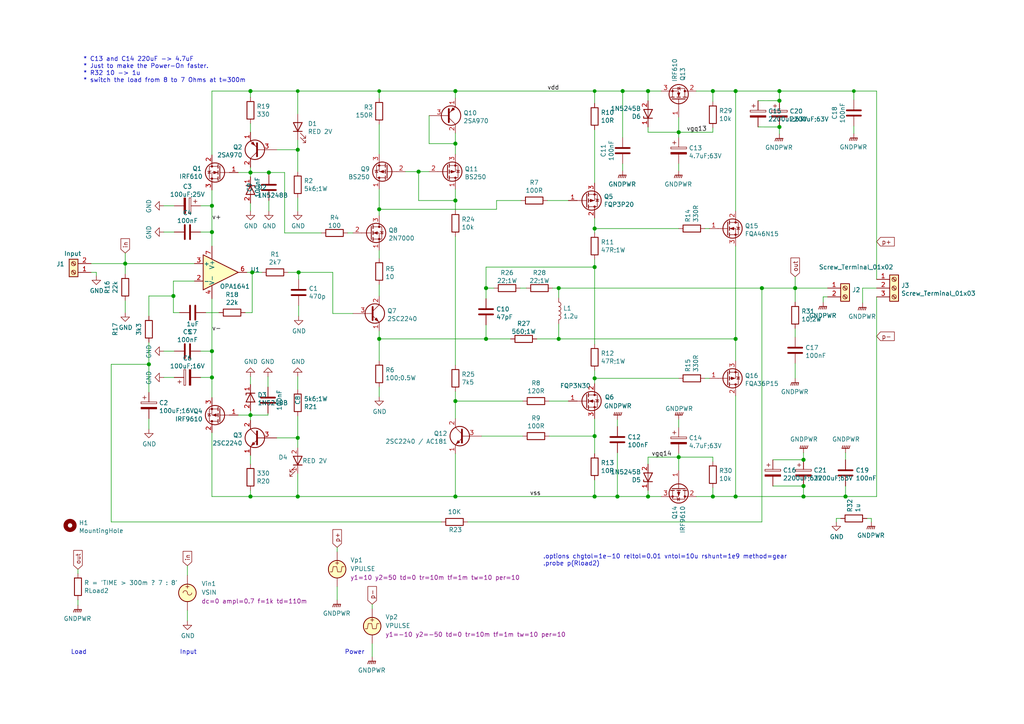
<source format=kicad_sch>
(kicad_sch (version 20231120) (generator "eeschema") (generator_version "8.0")
  (paper "A4")
  (title_block (title "Q17") (date "2021-03-31") (rev "1") (company "by eng. Tiberiu Vicol") (comment 2 "Updated to KiCad version 7.99 by Holger Vogt, September 2023") (comment 3 "Modified for KiCad/ngspice simulation by Holger Vogt, March 2022") (comment 4 "Q17 a QUAD405 audiophile approach"))
  (junction (at 86.36 26.416))
  (junction (at 187.96 144.018) (diameter 1.016))
  (junction (at 109.982 26.416))
  (junction (at 72.644 26.416) (diameter 1.016))
  (junction (at 213.36 26.416) (diameter 1.016))
  (junction (at 73.152 78.994) (diameter 1.016))
  (junction (at 36.322 76.454) (diameter 1.016))
  (junction (at 213.36 98.298) (diameter 1.016))
  (junction (at 162.052 83.566) (diameter 1.016))
  (junction (at 86.36 127) (diameter 1.016))
  (junction (at 245.237 144.018) (diameter 1.016))
  (junction (at 61.468 67.31) (diameter 1.016))
  (junction (at 140.97 98.298) (diameter 1.016))
  (junction (at 196.85 132.588) (diameter 1.016))
  (junction (at 172.466 77.47) (diameter 1.016))
  (junction (at 233.045 140.97) (diameter 1.016))
  (junction (at 206.756 144.018) (diameter 1.016))
  (junction (at 109.982 60.706) (diameter 1.016))
  (junction (at 162.052 98.298) (diameter 1.016))
  (junction (at 109.982 98.298) (diameter 1.016))
  (junction (at 213.36 144.018) (diameter 1.016))
  (junction (at 220.98 83.566) (diameter 1.016))
  (junction (at 43.18 105.664) (diameter 1.016))
  (junction (at 132.08 58.166) (diameter 1.016))
  (junction (at 72.644 144.018) (diameter 1.016))
  (junction (at 172.466 109.728) (diameter 1.016))
  (junction (at 206.756 26.416) (diameter 1.016))
  (junction (at 61.468 59.69) (diameter 1.016))
  (junction (at 86.614 78.994) (diameter 1.016))
  (junction (at 132.08 144.018) (diameter 1.016))
  (junction (at 77.978 50.038) (diameter 1.016))
  (junction (at 226.06 26.416) (diameter 1.016))
  (junction (at 72.644 120.396) (diameter 1.016))
  (junction (at 132.08 41.656) (diameter 1.016))
  (junction (at 172.466 144.018) (diameter 1.016))
  (junction (at 172.466 66.294) (diameter 1.016))
  (junction (at 187.96 26.416) (diameter 1.016))
  (junction (at 61.468 101.854) (diameter 1.016))
  (junction (at 61.468 109.474) (diameter 1.016))
  (junction (at 226.06 36.83) (diameter 1.016))
  (junction (at 230.632 83.566) (diameter 1.016))
  (junction (at 50.292 85.852) (diameter 1.016))
  (junction (at 132.08 26.416) (diameter 1.016))
  (junction (at 140.97 83.566) (diameter 1.016))
  (junction (at 247.65 26.416))
  (junction (at 172.466 26.416))
  (junction (at 233.045 144.018) (diameter 1.016))
  (junction (at 132.08 116.332) (diameter 1.016))
  (junction (at 180.594 26.416) (diameter 1.016))
  (junction (at 121.412 49.784) (diameter 1.016))
  (junction (at 72.644 50.038) (diameter 1.016))
  (junction (at 179.07 144.018) (diameter 1.016))
  (junction (at 86.36 43.434) (diameter 1.016))
  (junction (at 233.045 133.35) (diameter 1.016))
  (junction (at 86.36 144.018) (diameter 1.016))
  (junction (at 226.06 29.21) (diameter 1.016))
  (junction (at 196.85 38.354) (diameter 1.016))
  (junction (at 172.466 126.492) (diameter 1.016))
  (wire (pts (xy 86.614 78.994) (xy 96.52 78.994)))
  (wire (pts (xy 172.466 75.184) (xy 172.466 77.47)))
  (wire (pts (xy 80.264 43.434) (xy 86.36 43.434)))
  (wire (pts (xy 86.36 43.434) (xy 86.36 40.64)))
  (wire (pts (xy 132.08 26.416) (xy 109.982 26.416)))
  (wire (pts (xy 206.756 132.588) (xy 196.85 132.588)))
  (wire (pts (xy 206.756 133.858) (xy 206.756 132.588)))
  (wire (pts (xy 72.644 35.814) (xy 72.644 38.354)))
  (wire (pts (xy 196.85 121.666) (xy 196.85 123.952)))
  (wire (pts (xy 43.18 124.46) (xy 43.18 121.412)))
  (wire (pts (xy 77.978 50.038) (xy 82.55 50.038)))
  (wire (pts (xy 82.55 67.564) (xy 82.55 50.038)))
  (wire (pts (xy 93.218 67.564) (xy 82.55 67.564)))
  (wire (pts (xy 102.362 67.564) (xy 100.838 67.564)))
  (wire (pts (xy 26.416 78.994) (xy 27.94 78.994)))
  (wire (pts (xy 27.94 78.994) (xy 27.94 80.01)))
  (wire (pts (xy 206.756 26.416) (xy 206.756 29.464)))
  (wire (pts (xy 43.18 99.314) (xy 43.18 105.664)))
  (wire (pts (xy 43.18 105.664) (xy 43.18 113.792)))
  (wire (pts (xy 172.466 26.416) (xy 172.466 29.972)))
  (wire (pts (xy 86.36 127) (xy 86.36 120.65)))
  (wire (pts (xy 172.466 121.412) (xy 172.466 126.492)))
  (wire (pts (xy 172.466 126.492) (xy 172.466 131.572)))
  (wire (pts (xy 50.292 81.534) (xy 56.388 81.534)))
  (wire (pts (xy 50.292 85.852) (xy 50.292 81.534)))
  (wire (pts (xy 50.292 90.678) (xy 50.292 85.852)))
  (wire (pts (xy 52.07 90.678) (xy 50.292 90.678)))
  (wire (pts (xy 140.97 77.47) (xy 172.466 77.47)))
  (wire (pts (xy 140.97 83.566) (xy 140.97 77.47)))
  (wire (pts (xy 191.77 26.416) (xy 187.96 26.416)))
  (wire (pts (xy 72.644 48.514) (xy 72.644 50.038)))
  (wire (pts (xy 72.644 50.038) (xy 72.644 51.308)))
  (wire (pts (xy 71.12 90.678) (xy 73.152 90.678)))
  (wire (pts (xy 73.152 90.678) (xy 73.152 78.994)))
  (wire (pts (xy 196.85 47.498) (xy 196.85 49.53)))
  (wire (pts (xy 132.08 68.58) (xy 132.08 105.918)))
  (wire (pts (xy 196.85 34.036) (xy 196.85 38.354)))
  (wire (pts (xy 196.85 38.354) (xy 196.85 39.878)))
  (wire (pts (xy 196.85 38.354) (xy 206.756 38.354)))
  (wire (pts (xy 206.756 38.354) (xy 206.756 37.084)))
  (wire (pts (xy 179.07 123.698) (xy 179.07 121.666)))
  (wire (pts (xy 107.95 186.69) (xy 107.95 190.5)))
  (wire (pts (xy 230.632 80.264) (xy 230.632 83.566)))
  (wire (pts (xy 61.468 125.476) (xy 61.468 144.018)))
  (wire (pts (xy 97.79 158.75) (xy 97.79 160.02)))
  (wire (pts (xy 32.258 105.664) (xy 43.18 105.664)))
  (wire (pts (xy 32.258 151.384) (xy 32.258 105.664)))
  (wire (pts (xy 128.016 151.384) (xy 32.258 151.384)))
  (wire (pts (xy 233.045 144.018) (xy 245.237 144.018)))
  (wire (pts (xy 245.237 140.97) (xy 245.237 144.018)))
  (wire (pts (xy 132.08 38.608) (xy 132.08 41.656)))
  (wire (pts (xy 140.97 83.566) (xy 140.97 86.614)))
  (wire (pts (xy 143.256 83.566) (xy 140.97 83.566)))
  (wire (pts (xy 172.466 37.592) (xy 172.466 53.086)))
  (wire (pts (xy 36.322 73.406) (xy 36.322 76.454)))
  (wire (pts (xy 61.468 86.614) (xy 61.468 101.854)))
  (wire (pts (xy 61.468 101.854) (xy 61.468 109.474)))
  (wire (pts (xy 61.468 109.474) (xy 61.468 115.316)))
  (wire (pts (xy 172.466 26.416) (xy 180.594 26.416)))
  (wire (pts (xy 72.644 142.24) (xy 72.644 144.018)))
  (wire (pts (xy 86.36 26.416) (xy 109.982 26.416)))
  (wire (pts (xy 58.166 109.474) (xy 61.468 109.474)))
  (wire (pts (xy 96.52 90.932) (xy 96.52 78.994)))
  (wire (pts (xy 102.362 90.932) (xy 96.52 90.932)))
  (wire (pts (xy 22.606 165.1) (xy 22.606 166.37)))
  (wire (pts (xy 150.876 83.566) (xy 152.654 83.566)))
  (wire (pts (xy 160.274 83.566) (xy 162.052 83.566)))
  (wire (pts (xy 162.052 86.36) (xy 162.052 83.566)))
  (wire (pts (xy 254.254 144.018) (xy 245.237 144.018)))
  (wire (pts (xy 238.76 86.106) (xy 240.03 86.106)))
  (wire (pts (xy 238.76 87.63) (xy 238.76 86.106)))
  (wire (pts (xy 61.468 55.118) (xy 61.468 59.69)))
  (wire (pts (xy 61.468 59.69) (xy 61.468 67.31)))
  (wire (pts (xy 61.468 67.31) (xy 61.468 71.374)))
  (wire (pts (xy 132.08 116.332) (xy 151.638 116.332)))
  (wire (pts (xy 159.258 116.332) (xy 164.846 116.332)))
  (wire (pts (xy 220.98 83.566) (xy 220.98 151.384)))
  (wire (pts (xy 220.98 151.384) (xy 135.636 151.384)))
  (wire (pts (xy 58.166 67.31) (xy 61.468 67.31)))
  (wire (pts (xy 155.702 98.298) (xy 162.052 98.298)))
  (wire (pts (xy 162.052 93.98) (xy 162.052 98.298)))
  (wire (pts (xy 97.79 170.18) (xy 97.79 173.99)))
  (wire (pts (xy 204.47 66.294) (xy 205.74 66.294)))
  (wire (pts (xy 204.47 109.728) (xy 205.74 109.728)))
  (wire (pts (xy 47.498 67.31) (xy 50.546 67.31)))
  (wire (pts (xy 187.96 26.416) (xy 180.594 26.416)))
  (wire (pts (xy 206.756 26.416) (xy 201.93 26.416)))
  (wire (pts (xy 213.36 26.416) (xy 206.756 26.416)))
  (wire (pts (xy 213.36 61.214) (xy 213.36 26.416)))
  (wire (pts (xy 77.724 119.888) (xy 77.724 120.396)))
  (wire (pts (xy 77.724 120.396) (xy 72.644 120.396)))
  (wire (pts (xy 206.756 141.478) (xy 206.756 144.018)))
  (wire (pts (xy 213.36 71.374) (xy 213.36 98.298)))
  (wire (pts (xy 213.36 98.298) (xy 213.36 104.648)))
  (wire (pts (xy 132.08 113.538) (xy 132.08 116.332)))
  (wire (pts (xy 139.7 126.492) (xy 151.638 126.492)))
  (wire (pts (xy 159.258 126.492) (xy 172.466 126.492)))
  (wire (pts (xy 254.254 86.106) (xy 254.254 144.018)))
  (wire (pts (xy 72.644 111.506) (xy 72.644 109.22)))
  (wire (pts (xy 47.498 101.854) (xy 50.546 101.854)))
  (wire (pts (xy 172.466 107.442) (xy 172.466 109.728)))
  (wire (pts (xy 172.466 109.728) (xy 172.466 111.252)))
  (wire (pts (xy 132.08 116.332) (xy 132.08 121.412)))
  (wire (pts (xy 187.96 36.83) (xy 187.96 38.354)))
  (wire (pts (xy 187.96 38.354) (xy 196.85 38.354)))
  (wire (pts (xy 247.65 36.576) (xy 247.65 38.735)))
  (wire (pts (xy 86.36 113.03) (xy 86.36 109.22)))
  (wire (pts (xy 172.466 77.47) (xy 172.466 99.822)))
  (wire (pts (xy 109.982 54.864) (xy 109.982 60.706)))
  (wire (pts (xy 109.982 60.706) (xy 109.982 62.484)))
  (wire (pts (xy 109.982 72.644) (xy 109.982 74.93)))
  (wire (pts (xy 109.982 82.55) (xy 109.982 85.852)))
  (wire (pts (xy 83.566 78.994) (xy 86.614 78.994)))
  (wire (pts (xy 86.614 78.994) (xy 86.614 81.026)))
  (wire (pts (xy 77.978 50.038) (xy 72.644 50.038)))
  (wire (pts (xy 77.978 50.546) (xy 77.978 50.038)))
  (wire (pts (xy 132.08 41.656) (xy 132.08 44.704)))
  (wire (pts (xy 26.416 76.454) (xy 36.322 76.454)))
  (wire (pts (xy 36.322 76.454) (xy 36.322 79.502)))
  (wire (pts (xy 36.322 76.454) (xy 56.388 76.454)))
  (wire (pts (xy 140.97 94.234) (xy 140.97 98.298)))
  (wire (pts (xy 140.97 98.298) (xy 148.082 98.298)))
  (wire (pts (xy 86.36 57.404) (xy 86.36 61.214)))
  (wire (pts (xy 172.466 109.728) (xy 196.85 109.728)))
  (wire (pts (xy 58.166 59.69) (xy 61.468 59.69)))
  (wire (pts (xy 121.412 49.784) (xy 117.602 49.784)))
  (wire (pts (xy 36.322 87.122) (xy 36.322 90.678)))
  (wire (pts (xy 132.08 26.416) (xy 132.08 28.448)))
  (wire (pts (xy 179.07 144.018) (xy 172.466 144.018)))
  (wire (pts (xy 206.756 144.018) (xy 201.93 144.018)))
  (wire (pts (xy 213.36 114.808) (xy 213.36 144.018)))
  (wire (pts (xy 213.36 144.018) (xy 206.756 144.018)))
  (wire (pts (xy 132.08 131.572) (xy 132.08 144.018)))
  (wire (pts (xy 132.08 144.018) (xy 172.466 144.018)))
  (wire (pts (xy 172.466 144.018) (xy 172.466 139.192)))
  (wire (pts (xy 230.632 83.566) (xy 240.03 83.566)))
  (wire (pts (xy 124.46 33.528) (xy 124.46 41.656)))
  (wire (pts (xy 132.08 26.416) (xy 172.466 26.416)))
  (wire (pts (xy 245.237 133.35) (xy 245.237 131.318)))
  (wire (pts (xy 224.155 140.97) (xy 233.045 140.97)))
  (wire (pts (xy 72.644 121.92) (xy 72.644 120.396)))
  (wire (pts (xy 61.468 26.416) (xy 72.644 26.416)))
  (wire (pts (xy 61.468 44.958) (xy 61.468 26.416)))
  (wire (pts (xy 219.8627 36.818) (xy 226.06 36.83)))
  (wire (pts (xy 179.07 131.318) (xy 179.07 144.018)))
  (wire (pts (xy 43.18 85.852) (xy 43.18 91.694)))
  (wire (pts (xy 50.292 85.852) (xy 43.18 85.852)))
  (wire (pts (xy 72.644 26.416) (xy 86.36 26.416)))
  (wire (pts (xy 72.644 28.194) (xy 72.644 26.416)))
  (wire (pts (xy 86.36 26.416) (xy 86.36 33.02)))
  (wire (pts (xy 187.96 142.24) (xy 187.96 144.018)))
  (wire (pts (xy 107.95 175.26) (xy 107.95 176.53)))
  (wire (pts (xy 59.69 90.678) (xy 63.5 90.678)))
  (wire (pts (xy 121.412 58.166) (xy 121.412 49.784)))
  (wire (pts (xy 132.08 58.166) (xy 121.412 58.166)))
  (wire (pts (xy 144.018 58.166) (xy 151.13 58.166)))
  (wire (pts (xy 109.982 112.268) (xy 109.982 115.062)))
  (wire (pts (xy 213.36 144.018) (xy 233.045 144.018)))
  (wire (pts (xy 233.045 140.97) (xy 233.045 144.018)))
  (wire (pts (xy 61.468 144.018) (xy 72.644 144.018)))
  (wire (pts (xy 86.36 144.018) (xy 86.36 137.414)))
  (wire (pts (xy 71.628 78.994) (xy 73.152 78.994)))
  (wire (pts (xy 73.152 78.994) (xy 75.946 78.994)))
  (wire (pts (xy 224.155 133.35) (xy 233.045 133.35)))
  (wire (pts (xy 196.85 131.572) (xy 196.85 132.588)))
  (wire (pts (xy 196.85 132.588) (xy 196.85 136.398)))
  (wire (pts (xy 179.07 144.018) (xy 187.96 144.018)))
  (wire (pts (xy 187.96 144.018) (xy 191.77 144.018)))
  (wire (pts (xy 121.412 49.784) (xy 124.46 49.784)))
  (wire (pts (xy 162.052 83.566) (xy 220.98 83.566)))
  (wire (pts (xy 220.98 83.566) (xy 230.632 83.566)))
  (wire (pts (xy 230.632 83.566) (xy 230.632 87.63)))
  (wire (pts (xy 247.65 26.416) (xy 254.254 26.416)))
  (wire (pts (xy 180.594 26.416) (xy 180.594 39.878)))
  (wire (pts (xy 72.644 120.396) (xy 72.644 119.126)))
  (wire (pts (xy 144.018 58.166) (xy 144.018 60.706)))
  (wire (pts (xy 144.018 60.706) (xy 109.982 60.706)))
  (wire (pts (xy 251.46 150.368) (xy 252.73 150.368)))
  (wire (pts (xy 252.73 150.368) (xy 252.73 151.384)))
  (wire (pts (xy 242.57 150.368) (xy 243.84 150.368)))
  (wire (pts (xy 242.57 151.384) (xy 242.57 150.368)))
  (wire (pts (xy 58.166 101.854) (xy 61.468 101.854)))
  (wire (pts (xy 109.982 98.298) (xy 109.982 104.648)))
  (wire (pts (xy 140.97 98.298) (xy 109.982 98.298)))
  (wire (pts (xy 69.088 120.396) (xy 72.644 120.396)))
  (wire (pts (xy 226.06 26.416) (xy 247.65 26.416)))
  (wire (pts (xy 250.19 83.566) (xy 250.19 87.884)))
  (wire (pts (xy 254.254 83.566) (xy 250.19 83.566)))
  (wire (pts (xy 172.466 63.246) (xy 172.466 66.294)))
  (wire (pts (xy 172.466 66.294) (xy 172.466 67.564)))
  (wire (pts (xy 162.052 98.298) (xy 213.36 98.298)))
  (wire (pts (xy 47.498 109.474) (xy 50.546 109.474)))
  (wire (pts (xy 219.8627 29.198) (xy 226.06 29.21)))
  (wire (pts (xy 47.498 59.69) (xy 50.546 59.69)))
  (wire (pts (xy 86.36 127) (xy 86.36 129.794)))
  (wire (pts (xy 86.36 144.018) (xy 132.08 144.018)))
  (wire (pts (xy 254.254 26.416) (xy 254.254 81.026)))
  (wire (pts (xy 158.75 58.166) (xy 164.846 58.166)))
  (wire (pts (xy 22.606 173.99) (xy 22.606 175.514)))
  (wire (pts (xy 86.36 43.434) (xy 86.36 49.784)))
  (wire (pts (xy 77.978 61.214) (xy 77.978 58.166)))
  (wire (pts (xy 187.96 132.588) (xy 196.85 132.588)))
  (wire (pts (xy 187.96 134.62) (xy 187.96 132.588)))
  (wire (pts (xy 72.644 58.928) (xy 72.644 61.214)))
  (wire (pts (xy 132.08 54.864) (xy 132.08 58.166)))
  (wire (pts (xy 132.08 58.166) (xy 132.08 60.96)))
  (wire (pts (xy 247.65 26.416) (xy 247.65 28.956)))
  (wire (pts (xy 77.724 109.22) (xy 77.724 112.268)))
  (wire (pts (xy 80.264 127) (xy 86.36 127)))
  (wire (pts (xy 230.632 105.41) (xy 230.632 109.728)))
  (wire (pts (xy 69.088 50.038) (xy 72.644 50.038)))
  (wire (pts (xy 54.356 164.084) (xy 54.356 166.878)))
  (wire (pts (xy 86.614 88.646) (xy 86.614 91.694)))
  (wire (pts (xy 230.632 95.25) (xy 230.632 97.79)))
  (wire (pts (xy 226.06 36.83) (xy 226.06 38.862)))
  (wire (pts (xy 187.96 26.416) (xy 187.96 29.21)))
  (wire (pts (xy 172.466 66.294) (xy 196.85 66.294)))
  (wire (pts (xy 109.982 96.012) (xy 109.982 98.298)))
  (wire (pts (xy 180.594 47.498) (xy 180.594 49.53)))
  (wire (pts (xy 54.356 180.086) (xy 54.356 177.038)))
  (wire (pts (xy 72.644 144.018) (xy 86.36 144.018)))
  (wire (pts (xy 233.045 133.35) (xy 233.045 131.318)))
  (wire (pts (xy 109.982 36.068) (xy 109.982 44.704)))
  (wire (pts (xy 132.08 41.656) (xy 124.46 41.656)))
  (wire (pts (xy 226.06 26.416) (xy 213.36 26.416)))
  (wire (pts (xy 226.06 29.21) (xy 226.06 26.416)))
  (wire (pts (xy 72.644 134.62) (xy 72.644 132.08)))
  (wire (pts (xy 109.982 26.416) (xy 109.982 28.448)))
  (text "Load" (at 22.86 189.23 0) (effects (font (size 1.27 1.27))))
  (text "Input" (at 54.61 189.23 0) (effects (font (size 1.27 1.27))))
  (text "\n\n" (at 124.206 170.18 0) (effects (font (size 1.27 1.27)) (justify left bottom)))
  (text ".options chgtol=1e-10 reltol=0.01 vntol=10u rshunt=1e9 method=gear\n.probe p(Rload2)" (at 157.48 162.56 0) (effects (font (size 1.27 1.27)) (justify left)))
  (text "* C13 and C14 220uF -> 4.7uF\n* Just to make the Power-On faster.\n* R32 10 -> 1u\n* switch the load from 8 to 7 Ohms at t=300m" (at 24.13 24.13 0) (effects (font (size 1.27 1.27)) (justify left bottom)))
  (text "Power" (at 102.87 189.23 0) (effects (font (size 1.27 1.27))))
  (label "v+" (at 61.468 64.008 0))
  (label "v-" (at 61.468 96.266 0))
  (label "vgq14" (at 188.976 132.588 0))
  (label "vss" (at 153.67 144.018 0))
  (label "vdd" (at 158.75 26.416 0))
  (label "vgq13" (at 199.136 38.354 0))
  (global_label "p+" (shape input) (at 97.79 158.75 90) (property "Intersheetrefs" "${INTERSHEET_REFS}" (effects (hide yes))))
  (global_label "out" (shape input) (at 22.606 165.1 90) (property "Intersheetrefs" "${INTERSHEET_REFS}" (effects (hide yes))))
  (global_label "p-" (shape input) (at 254.254 97.536 0) (property "Intersheetrefs" "${INTERSHEET_REFS}" (effects (hide yes))))
  (global_label "p-" (shape input) (at 107.95 175.26 90) (property "Intersheetrefs" "${INTERSHEET_REFS}" (effects (hide yes))))
  (global_label "p+" (shape input) (at 254.254 70.104 0) (property "Intersheetrefs" "${INTERSHEET_REFS}" (effects (hide yes))))
  (global_label "out" (shape input) (at 230.632 80.264 90) (property "Intersheetrefs" "${INTERSHEET_REFS}" (effects (hide yes))))
  (global_label "in" (shape input) (at 54.356 164.084 90) (property "Intersheetrefs" "${INTERSHEET_REFS}" (effects (hide yes))))
  (global_label "in" (shape input) (at 36.322 73.406 90) (property "Intersheetrefs" "${INTERSHEET_REFS}" (effects (hide yes))))
  (symbol (lib_id "Device:Q_NPN_ECB") (at 134.62 126.492 0) (mirror y) (unit 1)
    (property "Reference" "Q12" (at 129.7686 125.7311 0) (effects (justify left)))
    (property "Value" "2SC2240 / AC181" (at 129.7686 128.0298 0) (effects (justify left)))
    (property "Footprint" "Package_TO_SOT_THT:TO-92" (effects (hide yes)))
    (property "Sim.Library" "all_devices.lib" (effects (hide yes)))
    (property "Sim.Name" "Q2SC2240" (effects (hide yes)))
    (property "Sim.Pins" "2=1 3=2 1=3" (effects (hide yes)))
  )
  (symbol (lib_id "Device:R") (at 172.466 135.382 0) (unit 1)
    (property "Reference" "R13" (at 174.2441 134.2326 0) (effects (justify left)))
    (property "Value" "10R" (at 174.2441 136.5313 0) (effects (justify left)))
    (property "Footprint" "Resistor_THT:R_Axial_DIN0207_L6.3mm_D2.5mm_P10.16mm_Horizontal" (effects (hide yes)))
  )
  (symbol (lib_id "Device:C_Polarized") (at 226.06 33.02 0) (unit 1)
    (property "Reference" "C20" (at 228.9811 32.2591 0) (effects (justify left)))
    (property "Value" "2200uF;63V" (at 228.9811 34.5578 0) (effects (justify left)))
    (property "Footprint" "Capacitor_THT:CP_Radial_D22.0mm_P10.00mm_SnapIn" (effects (hide yes)))
  )
  (symbol (lib_id "power:GND") (at 36.322 90.678 0) (unit 1)
    (property "Reference" "#PWR0113" (effects (hide yes)))
    (property "Value" "GND" (at 36.4363 95.0024 0))
  )
  (symbol (lib_id "Device:C_Polarized") (at 233.045 137.16 0) (unit 1)
    (property "Reference" "C21" (at 235.9661 136.3991 0) (effects (justify left)))
    (property "Value" "2200uF;63V" (at 235.9661 138.6978 0) (effects (justify left)))
    (property "Footprint" "Capacitor_THT:CP_Radial_D22.0mm_P10.00mm_SnapIn" (effects (hide yes)))
  )
  (symbol (lib_id "Device:Q_PNP_ECB") (at 129.54 33.528 0) (mirror x) (unit 1)
    (property "Reference" "Q10" (at 134.3915 32.7671 0) (effects (justify left)))
    (property "Value" "2SA970" (at 134.3915 35.0658 0) (effects (justify left)))
    (property "Footprint" "Package_TO_SOT_THT:TO-92" (effects (hide yes)))
    (property "Sim.Library" "all_devices.lib" (effects (hide yes)))
    (property "Sim.Name" "QSA970" (effects (hide yes)))
    (property "Sim.Pins" "2=1 3=2 1=3" (effects (hide yes)))
  )
  (symbol (lib_id "Device:R") (at 230.632 91.44 0) (unit 1)
    (property "Reference" "R31" (at 232.4101 90.2906 0) (effects (justify left)))
    (property "Value" "10;2W" (at 232.41 92.589 0) (effects (justify left)))
    (property "Footprint" "Resistor_THT:R_Axial_DIN0309_L9.0mm_D3.2mm_P12.70mm_Horizontal" (effects (hide yes)))
  )
  (symbol (lib_id "Device:C") (at 54.356 67.31 90) (unit 1)
    (property "Reference" "C4" (at 54.356 61.7178 90))
    (property "Value" "100nF" (at 54.356 64.0165 90))
    (property "Footprint" "Capacitor_THT:C_Disc_D7.5mm_W2.5mm_P5.00mm" (effects (hide yes)))
    (property "Datasheet" "https://ro.mouser.com/datasheet/2/212/1/KEM_F3101_R82-1103738.pdf" (effects (hide yes)))
    (property "Sim.Device" "SPICE" (effects (hide yes)))
    (property "Sim.Params" "type=\"C\" model=\"100n\" lib=\"\"" (effects (hide yes)))
    (property "Sim.Pins" "1=1 2=2" (effects (hide yes)))
  )
  (symbol (lib_name "Connector:Screw_Terminal_01x02_1") (lib_id "Connector:Screw_Terminal_01x02") (at 245.11 83.566 0) (unit 1) (exclude_from_sim yes)
    (property "Reference" "J2" (at 247.1421 84.0751 0) (effects (justify left)))
    (property "Value" "Screw_Terminal_01x02" (at 237.49 77.47 0) (effects (justify left)))
    (property "Footprint" "Connector_AMASS:AMASS_XT30U-F_1x02_P5.0mm_Vertical" (effects (hide yes)))
  )
  (symbol (lib_id "power:GND") (at 43.18 124.46 0) (unit 1)
    (property "Reference" "#PWR0107" (effects (hide yes)))
    (property "Value" "GND" (at 43.2943 128.7844 0))
  )
  (symbol (lib_id "Device:R") (at 79.756 78.994 90) (unit 1)
    (property "Reference" "R1" (at 79.756 73.7678 90))
    (property "Value" "2k7" (at 79.756 76.0665 90))
    (property "Footprint" "Resistor_THT:R_Axial_DIN0207_L6.3mm_D2.5mm_P10.16mm_Horizontal" (effects (hide yes)))
  )
  (symbol (lib_id "power:GNDPWR") (at 196.85 121.666 180) (unit 1)
    (property "Reference" "#PWR0121" (effects (hide yes)))
    (property "Value" "GNDPWR" (at 196.977 118.525 0))
  )
  (symbol (lib_id "Device:C") (at 179.07 127.508 0) (unit 1)
    (property "Reference" "C12" (at 181.9911 126.7471 0) (effects (justify left)))
    (property "Value" "100nF" (at 181.9911 129.0458 0) (effects (justify left)))
    (property "Footprint" "Capacitor_THT:C_Disc_D7.5mm_W2.5mm_P5.00mm" (effects (hide yes)))
    (property "Datasheet" "https://ro.mouser.com/datasheet/2/212/1/KEM_F3101_R82-1103738.pdf" (effects (hide yes)))
    (property "Sim.Device" "SPICE" (effects (hide yes)))
    (property "Sim.Params" "type=\"C\" model=\"100n\" lib=\"\"" (effects (hide yes)))
    (property "Sim.Pins" "1=1 2=2" (effects (hide yes)))
  )
  (symbol (lib_id "Device:R") (at 172.466 71.374 0) (unit 1)
    (property "Reference" "R11" (at 174.2441 70.2246 0) (effects (justify left)))
    (property "Value" "47R;1W" (at 174.2441 72.5233 0) (effects (justify left)))
    (property "Footprint" "Resistor_THT:R_Axial_DIN0411_L9.9mm_D3.6mm_P12.70mm_Horizontal" (effects (hide yes)))
  )
  (symbol (lib_id "Device:R") (at 155.448 126.492 90) (unit 1)
    (property "Reference" "R9" (at 155.448 121.2658 90))
    (property "Value" "100R" (at 155.448 123.565 90))
    (property "Footprint" "Resistor_THT:R_Axial_DIN0207_L6.3mm_D2.5mm_P10.16mm_Horizontal" (effects (hide yes)))
  )
  (symbol (lib_id "Device:R") (at 86.36 116.84 0) (mirror x) (unit 1)
    (property "Reference" "R21" (at 88.1381 117.9894 0) (effects (justify left)))
    (property "Value" "5k6;1W" (at 88.138 115.691 0) (effects (justify left)))
    (property "Footprint" "Resistor_THT:R_Axial_DIN0207_L6.3mm_D2.5mm_P10.16mm_Horizontal" (effects (hide yes)))
  )
  (symbol (lib_id "Device:LED") (at 86.36 36.83 90) (unit 1)
    (property "Reference" "D1" (at 89.2811 35.8711 90) (effects (justify right)))
    (property "Value" "RED 2V" (at 89.2811 38.1698 90) (effects (justify right)))
    (property "Footprint" "LED_THT:LED_D5.0mm_Clear" (effects (hide yes)))
    (property "Sim.Library" "all_devices.lib" (effects (hide yes)))
    (property "Sim.Name" "LED1" (effects (hide yes)))
    (property "Sim.Pins" "2=1 1=2" (effects (hide yes)))
  )
  (symbol (lib_id "Device:Q_NPN_ECB") (at 75.184 127 0) (mirror y) (unit 1)
    (property "Reference" "Q3" (at 70.3326 126.2391 0) (effects (justify left)))
    (property "Value" "2SC2240" (at 70.3326 128.5378 0) (effects (justify left)))
    (property "Footprint" "Package_TO_SOT_THT:TO-92" (effects (hide yes)))
    (property "Sim.Library" "all_devices.lib" (effects (hide yes)))
    (property "Sim.Name" "Q2SC2240" (effects (hide yes)))
    (property "Sim.Pins" "2=1 3=2 1=3" (effects (hide yes)))
  )
  (symbol (lib_id "Device:C_Polarized") (at 224.155 137.16 0) (unit 1)
    (property "Reference" "C16" (at 227.0761 136.3991 0) (effects (justify left)))
    (property "Value" "2200uF;63V" (at 227.0761 138.6978 0) (effects (justify left)))
    (property "Footprint" "Capacitor_THT:CP_Radial_D18.0mm_P7.50mm" (effects (hide yes)))
  )
  (symbol (lib_id "Device:R") (at 200.66 109.728 90) (unit 1)
    (property "Reference" "R15" (at 199.5106 107.9499 0) (effects (justify left)))
    (property "Value" "330R" (at 201.8093 107.9499 0) (effects (justify left)))
    (property "Footprint" "Resistor_THT:R_Axial_DIN0207_L6.3mm_D2.5mm_P10.16mm_Horizontal" (effects (hide yes)))
  )
  (symbol (lib_id "power:GNDPWR") (at 179.07 121.666 180) (unit 1)
    (property "Reference" "#PWR0120" (effects (hide yes)))
    (property "Value" "GNDPWR" (at 179.197 117.748 0))
  )
  (symbol (lib_id "Device:C") (at 180.594 43.688 180) (unit 1)
    (property "Reference" "C11" (at 175.0018 43.688 90))
    (property "Value" "100nF" (at 177.3005 43.688 90))
    (property "Footprint" "Capacitor_THT:C_Disc_D7.5mm_W2.5mm_P5.00mm" (effects (hide yes)))
    (property "Datasheet" "https://ro.mouser.com/datasheet/2/212/1/KEM_F3101_R82-1103738.pdf" (effects (hide yes)))
    (property "Sim.Device" "SPICE" (effects (hide yes)))
    (property "Sim.Params" "type=\"C\" model=\"100n\" lib=\"\"" (effects (hide yes)))
    (property "Sim.Pins" "1=1 2=2" (effects (hide yes)))
  )
  (symbol (lib_id "power:GND") (at 242.57 151.384 0) (unit 1)
    (property "Reference" "#PWR0124" (effects (hide yes)))
    (property "Value" "GND" (at 242.6843 155.7084 0))
  )
  (symbol (lib_id "power:GNDPWR") (at 250.19 87.884 0) (unit 1)
    (property "Reference" "#PWR0128" (effects (hide yes)))
    (property "Value" "GNDPWR" (at 250.063 91.802 0))
  )
  (symbol (lib_id "Device:C") (at 77.978 54.356 180) (unit 1)
    (property "Reference" "C9" (at 72.3858 54.356 90))
    (property "Value" "100nF" (at 74.6845 54.356 90))
    (property "Footprint" "Capacitor_THT:C_Disc_D7.5mm_W2.5mm_P5.00mm" (effects (hide yes)))
    (property "Datasheet" "https://ro.mouser.com/datasheet/2/212/1/KEM_F3101_R82-1103738.pdf" (effects (hide yes)))
    (property "Sim.Device" "SPICE" (effects (hide yes)))
    (property "Sim.Params" "type=\"C\" model=\"100n\" lib=\"\"" (effects (hide yes)))
    (property "Sim.Pins" "1=1 2=2" (effects (hide yes)))
  )
  (symbol (lib_id "power:GND") (at 27.94 80.01 0) (unit 1)
    (property "Reference" "#PWR0114" (effects (hide yes)))
    (property "Value" "GND" (at 28.0543 84.3344 0))
  )
  (symbol (lib_name "LED_1") (lib_id "Device:LED") (at 86.36 133.604 270) (mirror x) (unit 1)
    (property "Reference" "D4" (at 83.4389 132.6451 90) (effects (justify right)))
    (property "Value" "RED 2V" (at 94.8689 133.6738 90) (effects (justify right)))
    (property "Footprint" "LED_THT:LED_D5.0mm_Clear" (effects (hide yes)))
    (property "Sim.Library" "all_devices.lib" (effects (hide yes)))
    (property "Sim.Name" "LED1" (effects (hide yes)))
    (property "Sim.Pins" "2=1 1=2" (effects (hide yes)))
  )
  (symbol (lib_id "Device:R") (at 200.66 66.294 90) (unit 1)
    (property "Reference" "R14" (at 199.5106 64.5159 0) (effects (justify left)))
    (property "Value" "330R" (at 201.8093 64.5159 0) (effects (justify left)))
    (property "Footprint" "Resistor_THT:R_Axial_DIN0207_L6.3mm_D2.5mm_P10.16mm_Horizontal" (effects (hide yes)))
  )
  (symbol (lib_id "Device:R") (at 172.466 33.782 0) (unit 1)
    (property "Reference" "R10" (at 174.2441 32.6326 0) (effects (justify left)))
    (property "Value" "10R" (at 174.2441 34.9313 0) (effects (justify left)))
    (property "Footprint" "Resistor_THT:R_Axial_DIN0207_L6.3mm_D2.5mm_P10.16mm_Horizontal" (effects (hide yes)))
  )
  (symbol (lib_id "power:GNDPWR") (at 233.045 131.318 180) (unit 1)
    (property "Reference" "#PWR0125" (effects (hide yes)))
    (property "Value" "GNDPWR" (at 233.172 127.4 0))
  )
  (symbol (lib_id "Device:R") (at 147.066 83.566 90) (unit 1)
    (property "Reference" "R26" (at 147.066 79.1168 90))
    (property "Value" "22;1W" (at 147.066 81.4155 90))
    (property "Footprint" "Resistor_THT:R_Axial_DIN0207_L6.3mm_D2.5mm_P10.16mm_Horizontal" (effects (hide yes)))
  )
  (symbol (lib_name "D_Zener_2") (lib_id "Device:D_Zener") (at 187.96 33.02 90) (unit 1)
    (property "Reference" "D6" (at 185.9279 33.7809 90) (effects (justify left)))
    (property "Value" "1N5245B" (at 185.9279 31.4822 90) (effects (justify left)))
    (property "Footprint" "Diode_THT:D_DO-35_SOD27_P7.62mm_Horizontal" (effects (hide yes)))
    (property "Sim.Library" "all_devices.lib" (effects (hide yes)))
    (property "Sim.Name" "D1N5245/TEMP" (effects (hide yes)))
    (property "Sim.Pins" "2=1 1=2" (effects (hide yes)))
  )
  (symbol (lib_id "Device:R") (at 36.322 83.312 180) (unit 1)
    (property "Reference" "R16" (at 31.0958 83.312 90))
    (property "Value" "22k" (at 33.3945 83.312 90))
    (property "Footprint" "Resistor_THT:R_Axial_DIN0207_L6.3mm_D2.5mm_P10.16mm_Horizontal" (effects (hide yes)))
  )
  (symbol (lib_id "power:GNDPWR") (at 226.06 38.862 0) (unit 1)
    (property "Reference" "#PWR0118" (effects (hide yes)))
    (property "Value" "GNDPWR" (at 225.933 42.78 0))
  )
  (symbol (lib_id "Device:Q_NPN_ECB") (at 107.442 90.932 0) (unit 1)
    (property "Reference" "Q7" (at 112.2935 90.1711 0) (effects (justify left)))
    (property "Value" "2SC2240" (at 112.2935 92.4698 0) (effects (justify left)))
    (property "Footprint" "Package_TO_SOT_THT:TO-92" (effects (hide yes)))
    (property "Sim.Library" "all_devices.lib" (effects (hide yes)))
    (property "Sim.Name" "Q2SC2240" (effects (hide yes)))
    (property "Sim.Pins" "2=1 3=2 1=3" (effects (hide yes)))
  )
  (symbol (lib_id "Device:C") (at 55.88 90.678 270) (unit 1)
    (property "Reference" "C7" (at 55.88 96.2702 90))
    (property "Value" "1uF" (at 55.88 93.9715 90))
    (property "Footprint" "Capacitor_THT:CP_Axial_L26.5mm_D20.0mm_P33.00mm_Horizontal" (effects (hide yes)))
  )
  (symbol (lib_id "Device:C_Polarized") (at 54.356 109.474 90) (unit 1)
    (property "Reference" "C6" (at 54.356 103.8818 90))
    (property "Value" "100uF;16V" (at 54.356 106.1805 90))
    (property "Footprint" "Capacitor_THT:C_Radial_D10.0mm_H12.5mm_P5.00mm" (effects (hide yes)))
  )
  (symbol (lib_id "Device:Q_NMOS_GDS") (at 210.82 66.294 0) (unit 1)
    (property "Reference" "Q15" (at 216.0271 65.5331 0) (effects (justify left)))
    (property "Value" "FQA46N15" (at 216.0271 67.8318 0) (effects (justify left)))
    (property "Footprint" "Package_TO_SOT_THT:TO-3P-3_Horizontal_TabDown" (effects (hide yes)))
    (property "Sim.Library" "all_devices.lib" (effects (hide yes)))
    (property "Sim.Name" "FQA46N15" (effects (hide yes)))
    (property "Sim.Pins" "2=1 1=2 3=3" (effects (hide yes)))
  )
  (symbol (lib_id "Device:C_Polarized") (at 196.85 43.688 0) (unit 1)
    (property "Reference" "C13" (at 199.7711 42.9271 0) (effects (justify left)))
    (property "Value" "4.7uF;63V" (at 199.7711 45.2258 0) (effects (justify left)))
    (property "Footprint" "Capacitor_THT:CP_Radial_D10.0mm_P5.00mm_P7.50mm" (effects (hide yes)))
  )
  (symbol (lib_id "Device:L") (at 162.052 90.17 0) (unit 1)
    (property "Reference" "L1" (at 163.3221 89.4091 0) (effects (justify left)))
    (property "Value" "1.2u" (at 163.3221 91.7078 0) (effects (justify left)))
    (property "Footprint" "inductor:L" (effects (hide yes)))
  )
  (symbol (lib_id "Device:R") (at 72.644 32.004 0) (unit 1)
    (property "Reference" "R19" (at 74.4221 30.8546 0) (effects (justify left)))
    (property "Value" "330" (at 74.422 33.153 0) (effects (justify left)))
    (property "Footprint" "Resistor_THT:R_Axial_DIN0207_L6.3mm_D2.5mm_P10.16mm_Horizontal" (effects (hide yes)))
  )
  (symbol (lib_id "Device:C_Polarized") (at 43.18 117.602 0) (unit 1)
    (property "Reference" "C2" (at 46.1011 116.8411 0) (effects (justify left)))
    (property "Value" "100uF;16V" (at 46.1011 119.1398 0) (effects (justify left)))
    (property "Footprint" "Capacitor_THT:C_Radial_D10.0mm_H12.5mm_P5.00mm" (effects (hide yes)))
  )
  (symbol (lib_id "Device:R") (at 151.892 98.298 90) (unit 1)
    (property "Reference" "R27" (at 151.892 93.8488 90))
    (property "Value" "560;1W" (at 151.892 96.1475 90))
    (property "Footprint" "Resistor_THT:R_Axial_DIN0207_L6.3mm_D2.5mm_P10.16mm_Horizontal" (effects (hide yes)))
  )
  (symbol (lib_id "Device:R") (at 172.466 103.632 0) (unit 1)
    (property "Reference" "R12" (at 174.2441 102.4826 0) (effects (justify left)))
    (property "Value" "47R;1W" (at 174.2441 104.7813 0) (effects (justify left)))
    (property "Footprint" "Resistor_THT:R_Axial_DIN0411_L9.9mm_D3.6mm_P12.70mm_Horizontal" (effects (hide yes)))
  )
  (symbol (lib_id "Device:C") (at 86.614 84.836 0) (unit 1)
    (property "Reference" "C1" (at 89.5351 83.6866 0) (effects (justify left)))
    (property "Value" "470p" (at 89.5351 85.9853 0) (effects (justify left)))
    (property "Footprint" "Capacitor_THT:C_Disc_D11.0mm_W5.0mm_P7.50mm" (effects (hide yes)))
  )
  (symbol (lib_id "Device:R") (at 86.36 53.594 0) (unit 1)
    (property "Reference" "R2" (at 88.1381 52.4446 0) (effects (justify left)))
    (property "Value" "5k6;1W" (at 88.138 54.743 0) (effects (justify left)))
    (property "Footprint" "Resistor_THT:R_Axial_DIN0207_L6.3mm_D2.5mm_P10.16mm_Horizontal" (effects (hide yes)))
  )
  (symbol (lib_id "power:GND") (at 72.644 61.214 0) (unit 1)
    (property "Reference" "#PWR0110" (effects (hide yes)))
    (property "Value" "GND" (at 72.7583 65.5384 0))
  )
  (symbol (lib_id "Device:R") (at 206.756 33.274 0) (unit 1)
    (property "Reference" "R29" (at 208.5341 32.1246 0) (effects (justify left)))
    (property "Value" "10k" (at 208.534 34.423 0) (effects (justify left)))
    (property "Footprint" "Resistor_THT:R_Axial_DIN0207_L6.3mm_D2.5mm_P10.16mm_Horizontal" (effects (hide yes)))
  )
  (symbol (lib_id "Device:C_Polarized") (at 196.85 127.762 0) (unit 1)
    (property "Reference" "C14" (at 199.7711 127.0011 0) (effects (justify left)))
    (property "Value" "4.7uF;63V" (at 199.7711 129.2998 0) (effects (justify left)))
    (property "Footprint" "Capacitor_THT:CP_Radial_D10.0mm_P5.00mm_P7.50mm" (effects (hide yes)))
  )
  (symbol (lib_id "Device:R") (at 154.94 58.166 90) (unit 1)
    (property "Reference" "R7" (at 154.94 52.9398 90))
    (property "Value" "100R" (at 154.94 55.2385 90))
    (property "Footprint" "Resistor_THT:R_Axial_DIN0207_L6.3mm_D2.5mm_P10.16mm_Horizontal" (effects (hide yes)))
  )
  (symbol (lib_id "Transistor_FET:BS250") (at 112.522 49.784 180) (unit 1)
    (property "Reference" "Q9" (at 107.315 49.0231 0) (effects (justify left)))
    (property "Value" "BS250" (at 107.315 51.3218 0) (effects (justify left)))
    (property "Footprint" "Package_TO_SOT_THT:TO-92_Inline" (effects (hide yes)))
    (property "Datasheet" "http://www.vishay.com/docs/70209/70209.pdf" (effects (hide yes)))
    (property "Sim.Library" "all_devices.lib" (effects (hide yes)))
    (property "Sim.Name" "BS250P" (effects (hide yes)))
    (property "Sim.Pins" "1=3 2=4 3=5" (effects (hide yes)))
    (property "Sim.Device" "SUBCKT" (effects (hide yes)))
  )
  (symbol (lib_id "power:GND") (at 47.498 59.69 270) (unit 1)
    (property "Reference" "#PWR0109" (effects (hide yes)))
    (property "Value" "GND" (at 43.1736 59.8043 0))
  )
  (symbol (lib_id "Device:C") (at 140.97 90.424 0) (unit 1)
    (property "Reference" "C10" (at 143.8911 89.6631 0) (effects (justify left)))
    (property "Value" "47pF" (at 143.8911 91.9618 0) (effects (justify left)))
    (property "Footprint" "Capacitor_THT:C_Disc_D11.0mm_W5.0mm_P7.50mm" (effects (hide yes)))
  )
  (symbol (lib_id "Device:R") (at 97.028 67.564 90) (unit 1)
    (property "Reference" "R4" (at 97.028 63.1148 90))
    (property "Value" "100" (at 97.028 65.4135 90))
    (property "Footprint" "Resistor_THT:R_Axial_DIN0207_L6.3mm_D2.5mm_P10.16mm_Horizontal" (effects (hide yes)))
  )
  (symbol (lib_id "Device:C_Polarized") (at 219.8627 33.008 0) (unit 1)
    (property "Reference" "C15" (at 222.7838 32.2471 0) (effects (justify left)))
    (property "Value" "2200uF;63V" (at 222.7838 34.5458 0) (effects (justify left)))
    (property "Footprint" "Capacitor_THT:CP_Radial_D18.0mm_P7.50mm" (effects (hide yes)))
  )
  (symbol (lib_id "Device:R") (at 155.448 116.332 90) (unit 1)
    (property "Reference" "R8" (at 155.448 111.1058 90))
    (property "Value" "120R" (at 155.448 113.4045 90))
    (property "Footprint" "Resistor_THT:R_Axial_DIN0207_L6.3mm_D2.5mm_P10.16mm_Horizontal" (effects (hide yes)))
  )
  (symbol (lib_id "Device:R") (at 43.18 95.504 180) (unit 1)
    (property "Reference" "R17" (at 33.3818 95.504 90))
    (property "Value" "3k3" (at 40.2525 95.504 90))
    (property "Footprint" "Resistor_THT:R_Axial_DIN0207_L6.3mm_D2.5mm_P10.16mm_Horizontal" (effects (hide yes)))
  )
  (symbol (lib_id "power:GNDPWR") (at 252.73 151.384 0) (unit 1)
    (property "Reference" "#PWR0123" (effects (hide yes)))
    (property "Value" "GNDPWR" (at 252.603 155.302 0))
  )
  (symbol (lib_id "power:GND") (at 47.498 109.474 270) (unit 1)
    (property "Reference" "#PWR0111" (effects (hide yes)))
    (property "Value" "GND" (at 43.1736 109.5883 0))
  )
  (symbol (lib_id "Device:R") (at 109.982 78.74 0) (unit 1)
    (property "Reference" "R5" (at 111.7601 77.9791 0) (effects (justify left)))
    (property "Value" "10" (at 111.7601 80.2778 0) (effects (justify left)))
    (property "Footprint" "Resistor_THT:R_Axial_DIN0207_L6.3mm_D2.5mm_P10.16mm_Horizontal" (effects (hide yes)))
  )
  (symbol (lib_id "Connector:Screw_Terminal_01x02") (at 21.336 78.994 180) (unit 1) (exclude_from_sim yes)
    (property "Reference" "J1" (at 17.526 76.5768 0))
    (property "Value" "Input" (at 21.082 73.5415 0))
    (property "Footprint" "Connector_Stocko:Stocko_MKS_1651-6-0-202_1x2_P2.50mm_Vertical" (effects (hide yes)))
  )
  (symbol (lib_id "Device:R") (at 206.756 137.668 0) (unit 1)
    (property "Reference" "R30" (at 208.5341 136.5186 0) (effects (justify left)))
    (property "Value" "10k" (at 208.534 138.817 0) (effects (justify left)))
    (property "Footprint" "Resistor_THT:R_Axial_DIN0207_L6.3mm_D2.5mm_P10.16mm_Horizontal" (effects (hide yes)))
  )
  (symbol (lib_id "Device:R") (at 109.982 32.258 0) (mirror y) (unit 1)
    (property "Reference" "R3" (at 108.2039 31.1086 0) (effects (justify left)))
    (property "Value" "150R" (at 108.204 33.407 0) (effects (justify left)))
    (property "Footprint" "Resistor_THT:R_Axial_DIN0207_L6.3mm_D2.5mm_P10.16mm_Horizontal" (effects (hide yes)))
  )
  (symbol (lib_id "Simulation_SPICE:VPULSE") (at 97.79 165.1 0) (unit 1)
    (property "Reference" "Vp1" (at 101.6 162.4301 0) (effects (justify left)))
    (property "Value" "VPULSE" (at 101.6 164.9701 0) (effects (justify left)))
    (property "Datasheet" "https://ngspice.sourceforge.io/docs/ngspice-html-manual/manual.xhtml#sec_Independent_Sources_for" (effects (hide yes)))
    (property "Description" "Voltage source, pulse" (effects (hide yes)))
    (property "Sim.Pins" "1=+ 2=-" (effects (hide yes)))
    (property "Sim.Type" "PULSE" (effects (hide yes)))
    (property "Sim.Device" "V" (effects (hide yes)))
    (property "Sim.Params" "y1=10 y2=50 td=0 tr=10m tf=1m tw=10 per=10" (at 101.6 167.5101 0) (effects (justify left)))
  )
  (symbol (lib_id "Device:R") (at 132.08 109.728 0) (unit 1)
    (property "Reference" "R25" (at 133.8581 108.5786 0) (effects (justify left)))
    (property "Value" "7k5" (at 133.858 110.877 0) (effects (justify left)))
    (property "Footprint" "Resistor_THT:R_Axial_DIN0207_L6.3mm_D2.5mm_P10.16mm_Horizontal" (effects (hide yes)))
  )
  (symbol (lib_id "Amplifier_Operational:OPA1641") (at 64.008 78.994 0) (unit 1)
    (property "Reference" "U1" (at 72.6441 78.2331 0) (effects (justify left)))
    (property "Value" "OPA1641" (at 63.7541 83.0718 0) (effects (justify left)))
    (property "Footprint" "Package_SO:SOIC-8_3.9x4.9mm_P1.27mm" (effects (hide yes)))
    (property "Datasheet" "http://www.ti.com/lit/ds/symlink/opa1641.pdf" (effects (hide yes)))
    (property "Sim.Library" "OPA1641.LIB" (effects (hide yes)))
    (property "Sim.Name" "OPA1641" (effects (hide yes)))
    (property "Sim.Pins" "3=1 2=2 7=3 4=4 6=5" (effects (hide yes)))
  )
  (symbol (lib_id "Transistor_FET:2N7000") (at 107.442 67.564 0) (unit 1)
    (property "Reference" "Q8" (at 112.6491 66.8031 0) (effects (justify left)))
    (property "Value" "2N7000" (at 112.6491 69.1018 0) (effects (justify left)))
    (property "Footprint" "Package_TO_SOT_THT:TO-92_Inline" (effects (hide yes)))
    (property "Datasheet" "https://www.onsemi.com/pub/Collateral/NDS7002A-D.PDF" (effects (hide yes)))
    (property "Sim.Library" "all_devices.lib" (effects (hide yes)))
    (property "Sim.Name" "2N7000_ZX" (effects (hide yes)))
    (property "Sim.Pins" "1=5 2=4 3=3" (effects (hide yes)))
    (property "Sim.Device" "SUBCKT" (effects (hide yes)))
  )
  (symbol (lib_id "Device:Q_NMOS_GDS") (at 169.926 116.332 0) (unit 1)
    (property "Reference" "Q6" (at 175.3871 115.1826 0) (effects (justify left)))
    (property "Value" "FQP3N30" (at 162.4331 111.8933 0) (effects (justify left)))
    (property "Footprint" "Package_TO_SOT_THT:TO-220-3_Vertical" (effects (hide yes)))
    (property "Sim.Library" "all_devices.lib" (effects (hide yes)))
    (property "Sim.Name" "FQP3N30" (effects (hide yes)))
    (property "Sim.Pins" "1=1 2=2 3=3" (effects (hide yes)))
    (property "Sim.Device" "SUBCKT" (effects (hide yes)))
  )
  (symbol (lib_id "Device:R") (at 67.31 90.678 90) (unit 1)
    (property "Reference" "R18" (at 67.31 85.4518 90))
    (property "Value" "22k" (at 67.31 87.7505 90))
    (property "Footprint" "Resistor_THT:R_Axial_DIN0207_L6.3mm_D2.5mm_P10.16mm_Horizontal" (effects (hide yes)))
  )
  (symbol (lib_id "power:GND") (at 86.36 61.214 0) (unit 1)
    (property "Reference" "#PWR0102" (effects (hide yes)))
    (property "Value" "GND" (at 86.4743 65.5384 0))
  )
  (symbol (lib_id "power:GNDPWR") (at 196.85 49.53 0) (unit 1)
    (property "Reference" "#PWR0116" (effects (hide yes)))
    (property "Value" "GNDPWR" (at 196.723 53.448 0))
  )
  (symbol (lib_id "Device:Q_PMOS_GDS") (at 64.008 120.396 180) (unit 1)
    (property "Reference" "Q4" (at 58.8009 119.2466 0) (effects (justify left)))
    (property "Value" "IRF9610" (at 58.8009 121.5453 0) (effects (justify left)))
    (property "Footprint" "Package_TO_SOT_THT:TO-220-3_Vertical" (effects (hide yes)))
    (property "Sim.Library" "all_devices.lib" (effects (hide yes)))
    (property "Sim.Name" "IRF9610h" (effects (hide yes)))
    (property "Sim.Pins" "2=1 1=2 3=3" (effects (hide yes)))
  )
  (symbol (lib_id "Mechanical:MountingHole") (at 20.32 152.4 0) (unit 1) (exclude_from_sim yes)
    (property "Reference" "H1" (at 22.8601 151.6391 0) (effects (justify left)))
    (property "Value" "MountingHole" (at 22.8601 153.9378 0) (effects (justify left)))
    (property "Footprint" "MountingHole:MountingHole_3.2mm_M3_Pad_Via" (effects (hide yes)))
  )
  (symbol (lib_id "Transistor_FET:BS250") (at 129.54 49.784 0) (mirror x) (unit 1)
    (property "Reference" "Q11" (at 134.7471 49.0231 0) (effects (justify left)))
    (property "Value" "BS250" (at 134.7471 51.3218 0) (effects (justify left)))
    (property "Footprint" "Package_TO_SOT_THT:TO-92_Inline" (effects (hide yes)))
    (property "Datasheet" "http://www.vishay.com/docs/70209/70209.pdf" (effects (hide yes)))
    (property "Sim.Library" "all_devices.lib" (effects (hide yes)))
    (property "Sim.Name" "BS250P" (effects (hide yes)))
    (property "Sim.Pins" "1=3 2=4 3=5" (effects (hide yes)))
  )
  (symbol (lib_id "Device:R") (at 109.982 108.458 0) (unit 1)
    (property "Reference" "R6" (at 111.7601 107.3086 0) (effects (justify left)))
    (property "Value" "100;0.5W" (at 111.76 109.607 0) (effects (justify left)))
    (property "Footprint" "Resistor_THT:R_Axial_DIN0207_L6.3mm_D2.5mm_P10.16mm_Horizontal" (effects (hide yes)))
  )
  (symbol (lib_id "power:GND") (at 72.644 109.22 0) (mirror x) (unit 1)
    (property "Reference" "#PWR0104" (effects (hide yes)))
    (property "Value" "GND" (at 72.7583 104.8956 0))
  )
  (symbol (lib_id "power:GNDPWR") (at 230.632 109.728 0) (unit 1)
    (property "Reference" "#PWR0122" (effects (hide yes)))
    (property "Value" "GNDPWR" (at 230.505 113.646 0))
  )
  (symbol (lib_id "Connector:Screw_Terminal_01x03") (at 259.334 83.566 0) (unit 1) (exclude_from_sim yes)
    (property "Reference" "J3" (at 261.3661 82.8051 0) (effects (justify left)))
    (property "Value" "Screw_Terminal_01x03" (at 261.3661 85.1038 0) (effects (justify left)))
    (property "Footprint" "TerminalBlock:TerminalBlock_Altech_AK300-3_P5.00mm" (effects (hide yes)))
  )
  (symbol (lib_id "power:GNDPWR") (at 180.594 49.53 0) (unit 1)
    (property "Reference" "#PWR0117" (effects (hide yes)))
    (property "Value" "GNDPWR" (at 180.467 53.448 0))
  )
  (symbol (lib_id "Device:R") (at 132.08 64.77 0) (unit 1)
    (property "Reference" "R24" (at 133.8581 63.6206 0) (effects (justify left)))
    (property "Value" "10k" (at 133.858 65.919 0) (effects (justify left)))
    (property "Footprint" "Resistor_THT:R_Axial_DIN0207_L6.3mm_D2.5mm_P10.16mm_Horizontal" (effects (hide yes)))
  )
  (symbol (lib_id "power:GNDPWR") (at 238.76 87.63 0) (unit 1)
    (property "Reference" "#PWR0127" (effects (hide yes)))
    (property "Value" "GNDPWR" (at 238.633 91.548 0))
  )
  (symbol (lib_id "Device:Q_PMOS_GDS") (at 169.926 58.166 0) (mirror x) (unit 1)
    (property "Reference" "Q5" (at 175.1331 57.0166 0) (effects (justify left)))
    (property "Value" "FQP3P20" (at 175.1331 59.3153 0) (effects (justify left)))
    (property "Footprint" "Package_TO_SOT_THT:TO-220-3_Vertical" (effects (hide yes)))
    (property "Sim.Library" "all_devices.lib" (effects (hide yes)))
    (property "Sim.Name" "FQP3P20" (effects (hide yes)))
    (property "Sim.Pins" "2=1 1=2 3=3" (effects (hide yes)))
  )
  (symbol (lib_id "Device:Q_NMOS_GDS") (at 196.85 28.956 270) (mirror x) (unit 1)
    (property "Reference" "Q13" (at 197.9994 23.4949 0) (effects (justify left)))
    (property "Value" "IRF610" (at 195.7007 23.7489 0) (effects (justify left)))
    (property "Footprint" "Package_TO_SOT_THT:TO-220-3_Vertical" (effects (hide yes)))
    (property "Sim.Library" "all_devices.lib" (effects (hide yes)))
    (property "Sim.Name" "IRF610h" (effects (hide yes)))
    (property "Sim.Pins" "2=1 1=2 3=3" (effects (hide yes)))
  )
  (symbol (lib_id "power:GND") (at 86.36 109.22 0) (mirror x) (unit 1)
    (property "Reference" "#PWR0105" (effects (hide yes)))
    (property "Value" "GND" (at 86.4743 104.8956 0))
  )
  (symbol (lib_name "D_Zener_3") (lib_id "Device:D_Zener") (at 187.96 138.43 90) (unit 1)
    (property "Reference" "D5" (at 185.9279 139.1909 90) (effects (justify left)))
    (property "Value" "1N5245B" (at 185.9279 136.8922 90) (effects (justify left)))
    (property "Footprint" "Diode_THT:D_DO-35_SOD27_P7.62mm_Horizontal" (effects (hide yes)))
    (property "Sim.Library" "all_devices.lib" (effects (hide yes)))
    (property "Sim.Name" "D1N5245/TEMP" (effects (hide yes)))
    (property "Sim.Pins" "2=1 1=2" (effects (hide yes)))
  )
  (symbol (lib_id "power:GNDPWR") (at 245.237 131.318 180) (unit 1)
    (property "Reference" "#PWR0126" (effects (hide yes)))
    (property "Value" "GNDPWR" (at 245.364 127.4 0))
  )
  (symbol (lib_id "power:GND") (at 86.614 91.694 0) (unit 1)
    (property "Reference" "#PWR0101" (effects (hide yes)))
    (property "Value" "GND" (at 86.7283 96.0184 0))
  )
  (symbol (lib_id "Device:R") (at 72.644 138.43 0) (mirror x) (unit 1)
    (property "Reference" "R20" (at 74.4221 139.5794 0) (effects (justify left)))
    (property "Value" "330" (at 74.422 137.281 0) (effects (justify left)))
    (property "Footprint" "Resistor_THT:R_Axial_DIN0207_L6.3mm_D2.5mm_P10.16mm_Horizontal" (effects (hide yes)))
  )
  (symbol (lib_id "Device:Q_PNP_ECB") (at 75.184 43.434 180) (unit 1)
    (property "Reference" "Q2" (at 70.3325 42.6731 0) (effects (justify left)))
    (property "Value" "2SA970" (at 70.3325 44.9718 0) (effects (justify left)))
    (property "Footprint" "Package_TO_SOT_THT:TO-92" (effects (hide yes)))
    (property "Sim.Library" "all_devices.lib" (effects (hide yes)))
    (property "Sim.Name" "QSA970" (effects (hide yes)))
    (property "Sim.Pins" "2=1 3=2 1=3" (effects (hide yes)))
  )
  (symbol (lib_id "power:GND") (at 47.498 67.31 270) (unit 1)
    (property "Reference" "#PWR0115" (effects (hide yes)))
    (property "Value" "GND" (at 43.1736 67.4243 0))
  )
  (symbol (lib_id "Device:C") (at 77.724 116.078 0) (unit 1)
    (property "Reference" "C8" (at 86.3642 116.078 90))
    (property "Value" "100nF" (at 81.0175 116.078 90))
    (property "Footprint" "Capacitor_THT:C_Disc_D7.5mm_W2.5mm_P5.00mm" (effects (hide yes)))
    (property "Datasheet" "https://ro.mouser.com/datasheet/2/212/1/KEM_F3101_R82-1103738.pdf" (effects (hide yes)))
    (property "Sim.Device" "SPICE" (effects (hide yes)))
    (property "Sim.Params" "type=\"C\" model=\"100n\" lib=\"\"" (effects (hide yes)))
    (property "Sim.Pins" "1=1 2=2" (effects (hide yes)))
  )
  (symbol (lib_id "Device:Q_NMOS_GDS") (at 64.008 50.038 0) (mirror y) (unit 1)
    (property "Reference" "Q1" (at 58.5469 48.8886 0) (effects (justify left)))
    (property "Value" "IRF610" (at 58.8009 51.1873 0) (effects (justify left)))
    (property "Footprint" "Package_TO_SOT_THT:TO-220-3_Vertical" (effects (hide yes)))
    (property "Sim.Library" "all_devices.lib" (effects (hide yes)))
    (property "Sim.Name" "IRF610h" (effects (hide yes)))
    (property "Sim.Pins" "2=1 1=2 3=3" (effects (hide yes)))
  )
  (symbol (lib_id "power:GND") (at 77.978 61.214 0) (unit 1)
    (property "Reference" "#PWR0108" (effects (hide yes)))
    (property "Value" "GND" (at 78.0923 65.5384 0))
  )
  (symbol (lib_id "Device:Q_PMOS_GDS") (at 196.85 141.478 270) (unit 1)
    (property "Reference" "Q14" (at 195.7006 146.6851 0) (effects (justify left)))
    (property "Value" "IRF9610" (at 197.9993 146.6851 0) (effects (justify left)))
    (property "Footprint" "Package_TO_SOT_THT:TO-220-3_Vertical" (effects (hide yes)))
    (property "Sim.Library" "all_devices.lib" (effects (hide yes)))
    (property "Sim.Name" "IRF9610h" (effects (hide yes)))
    (property "Sim.Pins" "2=1 1=2 3=3" (effects (hide yes)))
  )
  (symbol (lib_id "power:GND") (at 47.498 101.854 270) (unit 1)
    (property "Reference" "#PWR0112" (effects (hide yes)))
    (property "Value" "GND" (at 43.1736 101.9683 0))
  )
  (symbol (lib_id "power:GND") (at 109.982 115.062 0) (unit 1)
    (property "Reference" "#PWR0103" (effects (hide yes)))
    (property "Value" "GND" (at 110.0963 119.3864 0))
  )
  (symbol (lib_id "power:GND") (at 77.724 109.22 180) (unit 1)
    (property "Reference" "#PWR0106" (effects (hide yes)))
    (property "Value" "GND" (at 77.6097 104.8956 0))
  )
  (symbol (lib_id "Device:C") (at 247.65 32.766 180) (unit 1)
    (property "Reference" "C18" (at 242.0578 32.766 90))
    (property "Value" "100nF" (at 244.3565 32.766 90))
    (property "Footprint" "Capacitor_THT:C_Disc_D7.5mm_W2.5mm_P5.00mm" (effects (hide yes)))
    (property "Datasheet" "https://ro.mouser.com/datasheet/2/212/1/KEM_F3101_R82-1103738.pdf" (effects (hide yes)))
    (property "Sim.Device" "SPICE" (effects (hide yes)))
    (property "Sim.Params" "type=\"C\" model=\"100n\" lib=\"\"" (effects (hide yes)))
    (property "Sim.Pins" "1=1 2=2" (effects (hide yes)))
  )
  (symbol (lib_id "power:GNDPWR") (at 97.79 173.99 0) (unit 1)
    (property "Reference" "#PWR0129" (effects (hide yes)))
    (property "Value" "GNDPWR" (at 97.663 177.908 0))
  )
  (symbol (lib_id "Device:R") (at 22.606 170.18 0) (mirror x) (unit 1)
    (property "Reference" "RLoad2" (at 24.3841 171.3294 0) (effects (justify left)))
    (property "Value" "R = 'TIME > 300m ? 7 : 8'" (at 24.384 169.031 0) (effects (justify left)))
    (property "Footprint" "Resistor_THT:R_Axial_DIN0207_L6.3mm_D2.5mm_P10.16mm_Horizontal" (effects (hide yes)))
  )
  (symbol (lib_id "Device:D_Zener") (at 72.644 115.316 90) (mirror x) (unit 1)
    (property "Reference" "D3" (at 74.6761 114.5551 90) (effects (justify right)))
    (property "Value" "1N5248B" (at 74.6761 116.8538 90) (effects (justify right)))
    (property "Footprint" "Diode_THT:D_DO-35_SOD27_P7.62mm_Horizontal" (effects (hide yes)))
    (property "Sim.Library" "all_devices.lib" (effects (hide yes)))
    (property "Sim.Name" "D1N5248/TEMP" (effects (hide yes)))
    (property "Sim.Pins" "2=1 1=2" (effects (hide yes)))
  )
  (symbol (lib_id "Simulation_SPICE:VPULSE") (at 107.95 181.61 0) (unit 1)
    (property "Reference" "Vp2" (at 111.76 178.9401 0) (effects (justify left)))
    (property "Value" "VPULSE" (at 111.76 181.4801 0) (effects (justify left)))
    (property "Datasheet" "https://ngspice.sourceforge.io/docs/ngspice-html-manual/manual.xhtml#sec_Independent_Sources_for" (effects (hide yes)))
    (property "Description" "Voltage source, pulse" (effects (hide yes)))
    (property "Sim.Pins" "1=+ 2=-" (effects (hide yes)))
    (property "Sim.Type" "PULSE" (effects (hide yes)))
    (property "Sim.Device" "V" (effects (hide yes)))
    (property "Sim.Params" "y1=-10 y2=-50 td=0 tr=10m tf=1m tw=10 per=10" (at 111.76 184.0201 0) (effects (justify left)))
  )
  (symbol (lib_id "power:GND") (at 54.356 180.086 0) (unit 1)
    (property "Reference" "#PWR0131" (effects (hide yes)))
    (property "Value" "GND" (at 54.4703 184.4104 0))
  )
  (symbol (lib_id "power:GNDPWR") (at 22.606 175.514 0) (unit 1)
    (property "Reference" "#PWR0132" (effects (hide yes)))
    (property "Value" "GNDPWR" (at 22.479 179.432 0))
  )
  (symbol (lib_id "power:GNDPWR") (at 107.95 190.5 0) (unit 1)
    (property "Reference" "#PWR0130" (effects (hide yes)))
    (property "Value" "GNDPWR" (at 107.823 194.418 0))
  )
  (symbol (lib_id "power:GNDPWR") (at 247.65 38.735 0) (unit 1)
    (property "Reference" "#PWR0119" (effects (hide yes)))
    (property "Value" "GNDPWR" (at 247.523 42.653 0))
  )
  (symbol (lib_name "D_Zener_1") (lib_id "Device:D_Zener") (at 72.644 55.118 270) (unit 1)
    (property "Reference" "D2" (at 74.6761 54.3571 90) (effects (justify left)))
    (property "Value" "1N5248B" (at 74.6761 56.6558 90) (effects (justify left)))
    (property "Footprint" "Diode_THT:D_DO-35_SOD27_P7.62mm_Horizontal" (effects (hide yes)))
    (property "Sim.Library" "all_devices.lib" (effects (hide yes)))
    (property "Sim.Name" "D1N5248/TEMP" (effects (hide yes)))
    (property "Sim.Pins" "2=1 1=2" (effects (hide yes)))
  )
  (symbol (lib_id "Device:R") (at 131.826 151.384 90) (unit 1)
    (property "Reference" "R23" (at 132.08 153.67 90))
    (property "Value" "10K" (at 131.826 148.4565 90))
    (property "Footprint" "Resistor_THT:R_Axial_DIN0207_L6.3mm_D2.5mm_P10.16mm_Horizontal" (effects (hide yes)))
  )
  (symbol (lib_id "Device:C") (at 245.237 137.16 180) (unit 1)
    (property "Reference" "C19" (at 248.1581 136.3991 0) (effects (justify right)))
    (property "Value" "100nF" (at 248.1581 138.6978 0) (effects (justify right)))
    (property "Footprint" "Capacitor_THT:C_Disc_D7.5mm_W2.5mm_P5.00mm" (effects (hide yes)))
    (property "Datasheet" "https://ro.mouser.com/datasheet/2/212/1/KEM_F3101_R82-1103738.pdf" (effects (hide yes)))
    (property "Sim.Device" "SPICE" (effects (hide yes)))
    (property "Sim.Params" "type=\"C\" model=\"100n\" lib=\"\"" (effects (hide yes)))
    (property "Sim.Pins" "1=1 2=2" (effects (hide yes)))
  )
  (symbol (lib_id "Device:R") (at 156.464 83.566 90) (unit 1)
    (property "Reference" "R28" (at 156.464 79.1168 90))
    (property "Value" "22;1W" (at 156.464 81.4155 90))
    (property "Footprint" "Resistor_THT:R_Axial_DIN0207_L6.3mm_D2.5mm_P10.16mm_Horizontal" (effects (hide yes)))
  )
  (symbol (lib_id "Device:C") (at 54.356 101.854 90) (unit 1)
    (property "Reference" "C5" (at 54.356 96.2618 90))
    (property "Value" "100nF" (at 54.356 98.5605 90))
    (property "Footprint" "Capacitor_THT:C_Disc_D7.5mm_W2.5mm_P5.00mm" (effects (hide yes)))
    (property "Datasheet" "https://ro.mouser.com/datasheet/2/212/1/KEM_F3101_R82-1103738.pdf" (effects (hide yes)))
    (property "Sim.Device" "SPICE" (effects (hide yes)))
    (property "Sim.Params" "type=\"C\" model=\"100n\" lib=\"\"" (effects (hide yes)))
    (property "Sim.Pins" "1=1 2=2" (effects (hide yes)))
  )
  (symbol (lib_id "Device:R") (at 247.65 150.368 90) (unit 1)
    (property "Reference" "R32" (at 246.5006 148.5899 0) (effects (justify left)))
    (property "Value" "1u" (at 248.799 148.59 0) (effects (justify left)))
    (property "Footprint" "Resistor_THT:R_Axial_DIN0207_L6.3mm_D2.5mm_P10.16mm_Horizontal" (effects (hide yes)))
  )
  (symbol (lib_id "Device:C_Polarized") (at 54.356 59.69 270) (unit 1)
    (property "Reference" "C3" (at 54.356 54.0978 90))
    (property "Value" "100uF;25V" (at 54.356 56.3965 90))
    (property "Footprint" "Capacitor_THT:C_Radial_D10.0mm_H12.5mm_P5.00mm" (effects (hide yes)))
  )
  (symbol (lib_id "Device:Q_PMOS_GDS") (at 210.82 109.728 0) (mirror x) (unit 1)
    (property "Reference" "Q16" (at 216.0271 108.9671 0) (effects (justify left)))
    (property "Value" "FQA36P15" (at 216.0271 111.2658 0) (effects (justify left)))
    (property "Footprint" "Package_TO_SOT_THT:TO-3P-3_Horizontal_TabDown" (effects (hide yes)))
    (property "Sim.Library" "all_devices.lib" (effects (hide yes)))
    (property "Sim.Name" "FQA36P15" (effects (hide yes)))
    (property "Sim.Pins" "2=1 1=2 3=3" (effects (hide yes)))
  )
  (symbol (lib_id "Device:C") (at 230.632 101.6 0) (unit 1)
    (property "Reference" "C17" (at 233.5531 100.8391 0) (effects (justify left)))
    (property "Value" "100nF" (at 233.5531 103.1378 0) (effects (justify left)))
    (property "Footprint" "Capacitor_THT:C_Rect_L18.0mm_W11.0mm_P15.00mm_FKS3_FKP3" (effects (hide yes)))
  )
  (symbol (lib_id "Simulation_SPICE:VSIN") (at 54.356 171.958 0) (unit 1)
    (property "Reference" "Vin1" (at 58.42 169.2881 0) (effects (justify left)))
    (property "Value" "VSIN" (at 58.42 171.8281 0) (effects (justify left)))
    (property "Sim.Device" "V" (effects (hide yes)))
    (property "Sim.Type" "SIN" (effects (hide yes)))
    (property "Sim.Params" "dc=0 ampl=0.7 f=1k td=110m" (at 58.42 174.3681 0) (effects (justify left)))
    (property "Sim.Pins" "1=+ 2=-" (effects (hide yes)))
  )
)
</source>
